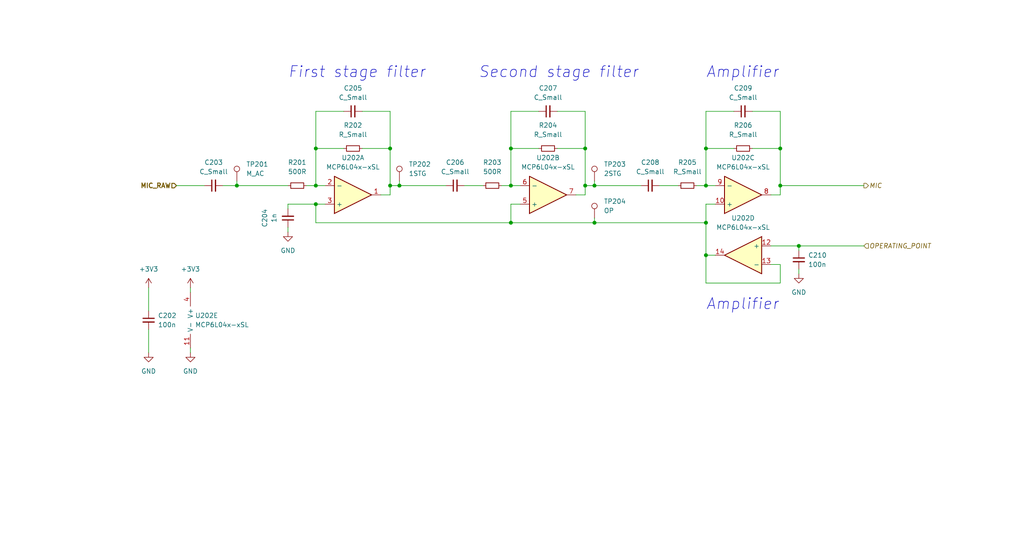
<source format=kicad_sch>
(kicad_sch (version 20211123) (generator eeschema)
  (paper "User" 280.01 150.012)
  (title_block (title "UltraSoundSensor") (date "2022-10-30") (rev "1.0") (company "Krystian Mirek"))
  (lib_symbols
    (symbol "Amplifier_Operational:MCP6L04x-xSL"
      (property "Reference" "U" (at 0 3.81 0))
      (property "Value" "MCP6L04x-xSL" (at 0 -3.81 0))
      (symbol "MCP6L04x-xSL_1_1"
        (polyline (pts (xy -5.08 5.08) (xy 5.08 0) (xy -5.08 -5.08) (xy -5.08 5.08)) (stroke (width 0.254)) (fill (type background)))
        (pin output line (at 7.62 0 180) (length 2.54) (name "~") (number "1"))
        (pin input line (at -7.62 -2.54 0) (length 2.54) (name "-") (number "2"))
        (pin input line (at -7.62 2.54 0) (length 2.54) (name "+") (number "3"))
      )
      (symbol "MCP6L04x-xSL_2_1"
        (polyline (pts (xy -5.08 5.08) (xy 5.08 0) (xy -5.08 -5.08) (xy -5.08 5.08)) (stroke (width 0.254)) (fill (type background)))
        (pin input line (at -7.62 2.54 0) (length 2.54) (name "+") (number "5"))
        (pin input line (at -7.62 -2.54 0) (length 2.54) (name "-") (number "6"))
        (pin output line (at 7.62 0 180) (length 2.54) (name "~") (number "7"))
      )
      (symbol "MCP6L04x-xSL_3_1"
        (polyline (pts (xy -5.08 5.08) (xy 5.08 0) (xy -5.08 -5.08) (xy -5.08 5.08)) (stroke (width 0.254)) (fill (type background)))
        (pin input line (at -7.62 2.54 0) (length 2.54) (name "+") (number "10"))
        (pin output line (at 7.62 0 180) (length 2.54) (name "~") (number "8"))
        (pin input line (at -7.62 -2.54 0) (length 2.54) (name "-") (number "9"))
      )
      (symbol "MCP6L04x-xSL_4_1"
        (polyline (pts (xy -5.08 5.08) (xy 5.08 0) (xy -5.08 -5.08) (xy -5.08 5.08)) (stroke (width 0.254)) (fill (type background)))
        (pin input line (at -7.62 2.54 0) (length 2.54) (name "+") (number "12"))
        (pin input line (at -7.62 -2.54 0) (length 2.54) (name "-") (number "13"))
        (pin output line (at 7.62 0 180) (length 2.54) (name "~") (number "14"))
      )
      (symbol "MCP6L04x-xSL_5_1"
        (pin power_in line (at -2.54 -7.62 90) (length 3.81) (name "V-") (number "11"))
        (pin power_in line (at -2.54 7.62 270) (length 3.81) (name "V+") (number "4"))
      )
    )
    (symbol "Connector:TestPoint" (pin_numbers hide) (pin_names (offset 0.762) hide)
      (property "Reference" "TP" (at 0 6.858 0))
      (property "Value" "TestPoint" (at 0 5.08 0))
      (symbol "TestPoint_0_1"
        (circle (center 0 3.302) (radius 0.762))
      )
      (symbol "TestPoint_1_1"
        (pin passive line (at 0 0 90) (length 2.54) (name "1") (number "1"))
      )
    )
    (symbol "Device:C_Small" (pin_numbers hide) (pin_names (offset 0.254) hide)
      (property "Reference" "C" (at 0.254 1.778 0))
      (property "Value" "C_Small" (at 0.254 -2.032 0))
      (symbol "C_Small_0_1"
        (polyline (pts (xy -1.524 -0.508) (xy 1.524 -0.508)) (stroke (width 0.3302)))
        (polyline (pts (xy -1.524 0.508) (xy 1.524 0.508)) (stroke (width 0.3048)))
      )
      (symbol "C_Small_1_1"
        (pin passive line (at 0 2.54 270) (length 2.032) (name "~") (number "1"))
        (pin passive line (at 0 -2.54 90) (length 2.032) (name "~") (number "2"))
      )
    )
    (symbol "Device:R_Small" (pin_numbers hide) (pin_names (offset 0.254) hide)
      (property "Reference" "R" (at 0.762 0.508 0))
      (property "Value" "R_Small" (at 0.762 -1.016 0))
      (symbol "R_Small_0_1"
        (rectangle (start -0.762 1.778) (end 0.762 -1.778) (stroke (width 0.2032)))
      )
      (symbol "R_Small_1_1"
        (pin passive line (at 0 2.54 270) (length 0.762) (name "~") (number "1"))
        (pin passive line (at 0 -2.54 90) (length 0.762) (name "~") (number "2"))
      )
    )
    (symbol "power:+3V3" (power) (pin_names (offset 0))
      (property "Value" "+3V3" (at 0 3.556 0))
      (symbol "+3V3_0_1"
        (polyline (pts (xy -0.762 1.27) (xy 0 2.54)))
        (polyline (pts (xy 0 0) (xy 0 2.54)))
        (polyline (pts (xy 0 2.54) (xy 0.762 1.27)))
      )
      (symbol "+3V3_1_1"
        (pin power_in line (at 0 0 90) (length 0) hide (name "+3V3") (number "1"))
      )
    )
    (symbol "power:GND" (power) (pin_names (offset 0))
      (property "Value" "GND" (at 0 -3.81 0))
      (symbol "GND_0_1"
        (polyline (pts (xy 0 0) (xy 0 -1.27) (xy 1.27 -1.27) (xy 0 -2.54) (xy -1.27 -1.27) (xy 0 -1.27)))
      )
      (symbol "GND_1_1"
        (pin power_in line (at 0 0 270) (length 0) hide (name "GND") (number "1"))
      )
    )
  )
  (junction (at 106.68 50.8))
  (junction (at 139.7 60.96))
  (junction (at 86.36 55.88))
  (junction (at 109.22 50.8))
  (junction (at 193.04 60.96))
  (junction (at 64.77 50.8))
  (junction (at 213.36 50.8))
  (junction (at 139.7 40.64))
  (junction (at 86.36 40.64))
  (junction (at 162.56 60.96))
  (junction (at 218.44 67.31))
  (junction (at 193.04 50.8))
  (junction (at 86.36 50.8))
  (junction (at 162.56 50.8))
  (junction (at 160.02 40.64))
  (junction (at 106.68 40.64))
  (junction (at 139.7 50.8))
  (junction (at 160.02 50.8))
  (junction (at 193.04 69.85))
  (junction (at 213.36 40.64))
  (junction (at 193.04 40.64))
  (wire (pts (xy 139.7 40.64) (xy 139.7 50.8)))
  (wire (pts (xy 193.04 40.64) (xy 193.04 50.8)))
  (wire (pts (xy 213.36 50.8) (xy 236.22 50.8)))
  (wire (pts (xy 193.04 50.8) (xy 195.58 50.8)))
  (wire (pts (xy 193.04 30.48) (xy 193.04 40.64)))
  (wire (pts (xy 190.5 50.8) (xy 193.04 50.8)))
  (wire (pts (xy 152.4 40.64) (xy 160.02 40.64)))
  (wire (pts (xy 210.82 72.39) (xy 213.36 72.39)))
  (wire (pts (xy 152.4 30.48) (xy 160.02 30.48)))
  (wire (pts (xy 48.26 50.8) (xy 55.88 50.8)))
  (wire (pts (xy 142.24 55.88) (xy 139.7 55.88)))
  (wire (pts (xy 193.04 55.88) (xy 193.04 60.96)))
  (wire (pts (xy 147.32 30.48) (xy 139.7 30.48)))
  (wire (pts (xy 93.98 40.64) (xy 86.36 40.64)))
  (wire (pts (xy 213.36 40.64) (xy 213.36 50.8)))
  (wire (pts (xy 193.04 69.85) (xy 195.58 69.85)))
  (wire (pts (xy 162.56 60.96) (xy 193.04 60.96)))
  (wire (pts (xy 162.56 59.69) (xy 162.56 60.96)))
  (wire (pts (xy 200.66 40.64) (xy 193.04 40.64)))
  (wire (pts (xy 86.36 30.48) (xy 86.36 40.64)))
  (wire (pts (xy 93.98 30.48) (xy 86.36 30.48)))
  (wire (pts (xy 218.44 67.31) (xy 218.44 68.58)))
  (wire (pts (xy 160.02 53.34) (xy 160.02 50.8)))
  (wire (pts (xy 213.36 72.39) (xy 213.36 77.47)))
  (wire (pts (xy 157.48 53.34) (xy 160.02 53.34)))
  (wire (pts (xy 162.56 50.8) (xy 175.26 50.8)))
  (wire (pts (xy 195.58 55.88) (xy 193.04 55.88)))
  (wire (pts (xy 210.82 67.31) (xy 218.44 67.31)))
  (wire (pts (xy 139.7 60.96) (xy 162.56 60.96)))
  (wire (pts (xy 137.16 50.8) (xy 139.7 50.8)))
  (wire (pts (xy 78.74 55.88) (xy 86.36 55.88)))
  (wire (pts (xy 162.56 49.53) (xy 162.56 50.8)))
  (wire (pts (xy 160.02 50.8) (xy 162.56 50.8)))
  (wire (pts (xy 160.02 40.64) (xy 160.02 50.8)))
  (wire (pts (xy 106.68 30.48) (xy 106.68 40.64)))
  (wire (pts (xy 60.96 50.8) (xy 64.77 50.8)))
  (wire (pts (xy 86.36 50.8) (xy 88.9 50.8)))
  (wire (pts (xy 200.66 30.48) (xy 193.04 30.48)))
  (wire (pts (xy 127 50.8) (xy 132.08 50.8)))
  (wire (pts (xy 160.02 30.48) (xy 160.02 40.64)))
  (wire (pts (xy 104.14 53.34) (xy 106.68 53.34)))
  (wire (pts (xy 64.77 50.8) (xy 78.74 50.8)))
  (wire (pts (xy 78.74 57.15) (xy 78.74 55.88)))
  (wire (pts (xy 78.74 62.23) (xy 78.74 63.5)))
  (wire (pts (xy 52.07 95.25) (xy 52.07 96.52)))
  (wire (pts (xy 109.22 49.53) (xy 109.22 50.8)))
  (wire (pts (xy 205.74 30.48) (xy 213.36 30.48)))
  (wire (pts (xy 139.7 50.8) (xy 142.24 50.8)))
  (wire (pts (xy 83.82 50.8) (xy 86.36 50.8)))
  (wire (pts (xy 106.68 50.8) (xy 109.22 50.8)))
  (wire (pts (xy 139.7 60.96) (xy 86.36 60.96)))
  (wire (pts (xy 109.22 50.8) (xy 121.92 50.8)))
  (wire (pts (xy 213.36 30.48) (xy 213.36 40.64)))
  (wire (pts (xy 99.06 30.48) (xy 106.68 30.48)))
  (wire (pts (xy 210.82 53.34) (xy 213.36 53.34)))
  (wire (pts (xy 193.04 69.85) (xy 193.04 60.96)))
  (wire (pts (xy 193.04 77.47) (xy 193.04 69.85)))
  (wire (pts (xy 99.06 40.64) (xy 106.68 40.64)))
  (wire (pts (xy 205.74 40.64) (xy 213.36 40.64)))
  (wire (pts (xy 180.34 50.8) (xy 185.42 50.8)))
  (wire (pts (xy 40.64 90.17) (xy 40.64 96.52)))
  (wire (pts (xy 106.68 40.64) (xy 106.68 50.8)))
  (wire (pts (xy 106.68 53.34) (xy 106.68 50.8)))
  (wire (pts (xy 213.36 53.34) (xy 213.36 50.8)))
  (wire (pts (xy 218.44 73.66) (xy 218.44 74.93)))
  (wire (pts (xy 86.36 60.96) (xy 86.36 55.88)))
  (wire (pts (xy 86.36 55.88) (xy 88.9 55.88)))
  (wire (pts (xy 218.44 67.31) (xy 236.22 67.31)))
  (wire (pts (xy 64.77 49.53) (xy 64.77 50.8)))
  (wire (pts (xy 52.07 78.74) (xy 52.07 80.01)))
  (wire (pts (xy 213.36 77.47) (xy 193.04 77.47)))
  (wire (pts (xy 139.7 30.48) (xy 139.7 40.64)))
  (wire (pts (xy 139.7 40.64) (xy 147.32 40.64)))
  (wire (pts (xy 40.64 78.74) (xy 40.64 85.09)))
  (wire (pts (xy 86.36 40.64) (xy 86.36 50.8)))
  (wire (pts (xy 139.7 55.88) (xy 139.7 60.96)))
  (text "Amplifier" (at 193.04 85.09 0) (effects (font (size 3 3) italic) (justify left bottom)))
  (text "Amplifier" (at 193.04 21.59 0) (effects (font (size 3 3) italic) (justify left bottom)))
  (text "First stage filter" (at 78.74 21.59 0) (effects (font (size 3 3) italic) (justify left bottom)))
  (text "Second stage filter" (at 130.81 21.59 0) (effects (font (size 3 3) italic) (justify left bottom)))
  (hierarchical_label "MIC" (shape output) (at 236.22 50.8 0) (effects (font italic)))
  (hierarchical_label "MIC_RAW" (shape input) (at 48.26 50.8 180) (effects (font bold)))
  (hierarchical_label "OPERATING_POINT" (shape input) (at 236.22 67.31 0) (effects (font italic)))
  (symbol (lib_id "power:+3V3") (at 40.64 78.74 0) (unit 1)
    (property "Reference" "#PWR0203" (effects hide))
    (property "Value" "+3V3" (at 40.64 73.66 0))
  )
  (symbol (lib_id "Amplifier_Operational:MCP6L04x-xSL") (at 54.61 87.63 0) (unit 5)
    (property "Reference" "U202" (at 53.34 86.3599 0) (effects (justify left)))
    (property "Value" "MCP6L04x-xSL" (at 53.34 88.8999 0) (effects (justify left)))
    (property "Footprint" "Package_SO:SOIC-14_3.9x8.7mm_P1.27mm" (effects hide))
    (property "Datasheet" "http://ww1.microchip.com/downloads/en/devicedoc/22140b.pdf" (effects hide))
  )
  (symbol (lib_id "Device:C_Small") (at 124.46 50.8 90) (unit 1)
    (property "Reference" "C206" (at 124.4663 44.45 90))
    (property "Value" "C_Small" (at 124.4663 46.99 90))
    (property "Footprint" "Capacitor_SMD:C_0603_1608Metric" (effects hide))
  )
  (symbol (lib_id "Device:C_Small") (at 218.44 71.12 0) (unit 1)
    (property "Reference" "C210" (at 220.98 69.8562 0) (effects (justify left)))
    (property "Value" "100n" (at 220.98 72.3962 0) (effects (justify left)))
    (property "Footprint" "Capacitor_SMD:C_0603_1608Metric" (effects hide))
  )
  (symbol (lib_id "Device:R_Small") (at 134.62 50.8 90) (unit 1)
    (property "Reference" "R203" (at 134.62 44.45 90))
    (property "Value" "500R" (at 134.62 46.99 90))
    (property "Footprint" "Resistor_SMD:R_0603_1608Metric" (effects hide))
  )
  (symbol (lib_id "power:+3V3") (at 52.07 78.74 0) (unit 1)
    (property "Reference" "#PWR0207" (effects hide))
    (property "Value" "+3V3" (at 52.07 73.66 0))
  )
  (symbol (lib_id "Device:R_Small") (at 187.96 50.8 90) (unit 1)
    (property "Reference" "R205" (at 187.96 44.45 90))
    (property "Value" "R_Small" (at 187.96 46.99 90))
    (property "Footprint" "Resistor_SMD:R_0603_1608Metric" (effects hide))
  )
  (symbol (lib_id "Device:C_Small") (at 58.42 50.8 90) (unit 1)
    (property "Reference" "C203" (at 58.4263 44.45 90))
    (property "Value" "C_Small" (at 58.4263 46.99 90))
    (property "Footprint" "Capacitor_SMD:C_0603_1608Metric" (effects hide))
  )
  (symbol (lib_id "Device:C_Small") (at 177.8 50.8 90) (unit 1)
    (property "Reference" "C208" (at 177.8063 44.45 90))
    (property "Value" "C_Small" (at 177.8063 46.99 90))
    (property "Footprint" "Capacitor_SMD:C_0603_1608Metric" (effects hide))
  )
  (symbol (lib_id "Device:C_Small") (at 40.64 87.63 0) (unit 1)
    (property "Reference" "C202" (at 43.18 86.3662 0) (effects (justify left)))
    (property "Value" "100n" (at 43.18 88.9062 0) (effects (justify left)))
    (property "Footprint" "Capacitor_SMD:C_0603_1608Metric" (effects hide))
  )
  (symbol (lib_id "Connector:TestPoint") (at 64.77 49.53 0) (unit 1)
    (property "Reference" "TP201" (at 67.31 44.9579 0) (effects (justify left)))
    (property "Value" "M_AC" (at 67.31 47.4979 0) (effects (justify left)))
    (property "Footprint" "TestPoint:TestPoint_Pad_D1.0mm" (effects hide))
  )
  (symbol (lib_id "Device:C_Small") (at 96.52 30.48 90) (unit 1)
    (property "Reference" "C205" (at 96.5263 24.13 90))
    (property "Value" "C_Small" (at 96.5263 26.67 90))
    (property "Footprint" "Capacitor_SMD:C_0603_1608Metric" (effects hide))
  )
  (symbol (lib_id "power:GND") (at 218.44 74.93 0) (unit 1)
    (property "Reference" "#PWR0168" (effects hide))
    (property "Value" "GND" (at 218.44 80.01 0))
  )
  (symbol (lib_id "Device:R_Small") (at 81.28 50.8 90) (unit 1)
    (property "Reference" "R201" (at 81.28 44.45 90))
    (property "Value" "500R" (at 81.28 46.99 90))
    (property "Footprint" "Resistor_SMD:R_0603_1608Metric" (effects hide))
  )
  (symbol (lib_id "Amplifier_Operational:MCP6L04x-xSL") (at 149.86 53.34 0) (mirror x) (unit 2)
    (property "Reference" "U202" (at 149.86 43.18 0))
    (property "Value" "MCP6L04x-xSL" (at 149.86 45.72 0))
    (property "Footprint" "Package_SO:SOIC-14_3.9x8.7mm_P1.27mm" (effects hide))
    (property "Datasheet" "http://ww1.microchip.com/downloads/en/devicedoc/22140b.pdf" (effects hide))
  )
  (symbol (lib_id "Device:C_Small") (at 78.74 59.69 180) (unit 1)
    (property "Reference" "C204" (at 72.39 59.6837 90))
    (property "Value" "1n" (at 74.93 59.6837 90))
    (property "Footprint" "Capacitor_SMD:C_0603_1608Metric" (effects hide))
  )
  (symbol (lib_id "Device:R_Small") (at 96.52 40.64 90) (unit 1)
    (property "Reference" "R202" (at 96.52 34.29 90))
    (property "Value" "R_Small" (at 96.52 36.83 90))
    (property "Footprint" "Resistor_SMD:R_0603_1608Metric" (effects hide))
  )
  (symbol (lib_id "Device:C_Small") (at 203.2 30.48 90) (unit 1)
    (property "Reference" "C209" (at 203.2063 24.13 90))
    (property "Value" "C_Small" (at 203.2063 26.67 90))
    (property "Footprint" "Capacitor_SMD:C_0603_1608Metric" (effects hide))
  )
  (symbol (lib_id "Device:R_Small") (at 149.86 40.64 90) (unit 1)
    (property "Reference" "R204" (at 149.86 34.29 90))
    (property "Value" "R_Small" (at 149.86 36.83 90))
    (property "Footprint" "Resistor_SMD:R_0603_1608Metric" (effects hide))
  )
  (symbol (lib_id "Amplifier_Operational:MCP6L04x-xSL") (at 203.2 53.34 0) (mirror x) (unit 3)
    (property "Reference" "U202" (at 203.2 43.18 0))
    (property "Value" "MCP6L04x-xSL" (at 203.2 45.72 0))
    (property "Footprint" "Package_SO:SOIC-14_3.9x8.7mm_P1.27mm" (effects hide))
    (property "Datasheet" "http://ww1.microchip.com/downloads/en/devicedoc/22140b.pdf" (effects hide))
  )
  (symbol (lib_id "Device:R_Small") (at 203.2 40.64 90) (unit 1)
    (property "Reference" "R206" (at 203.2 34.29 90))
    (property "Value" "R_Small" (at 203.2 36.83 90))
    (property "Footprint" "Resistor_SMD:R_0603_1608Metric" (effects hide))
  )
  (symbol (lib_id "Amplifier_Operational:MCP6L04x-xSL") (at 203.2 69.85 0) (mirror y) (unit 4)
    (property "Reference" "U202" (at 203.2 59.69 0))
    (property "Value" "MCP6L04x-xSL" (at 203.2 62.23 0))
    (property "Footprint" "Package_SO:SOIC-14_3.9x8.7mm_P1.27mm" (effects hide))
    (property "Datasheet" "http://ww1.microchip.com/downloads/en/devicedoc/22140b.pdf" (effects hide))
  )
  (symbol (lib_id "Connector:TestPoint") (at 162.56 59.69 0) (unit 1)
    (property "Reference" "TP204" (at 165.1 55.1179 0) (effects (justify left)))
    (property "Value" "OP" (at 165.1 57.6579 0) (effects (justify left)))
    (property "Footprint" "TestPoint:TestPoint_Pad_D1.0mm" (effects hide))
  )
  (symbol (lib_id "Connector:TestPoint") (at 162.56 49.53 0) (unit 1)
    (property "Reference" "TP203" (at 165.1 44.9579 0) (effects (justify left)))
    (property "Value" "2STG" (at 165.1 47.4979 0) (effects (justify left)))
    (property "Footprint" "TestPoint:TestPoint_Pad_D1.0mm" (effects hide))
  )
  (symbol (lib_id "Device:C_Small") (at 149.86 30.48 90) (unit 1)
    (property "Reference" "C207" (at 149.8663 24.13 90))
    (property "Value" "C_Small" (at 149.8663 26.67 90))
    (property "Footprint" "Capacitor_SMD:C_0603_1608Metric" (effects hide))
  )
  (symbol (lib_id "power:GND") (at 52.07 96.52 0) (unit 1)
    (property "Reference" "#PWR0166" (effects hide))
    (property "Value" "GND" (at 52.07 101.6 0))
  )
  (symbol (lib_id "Connector:TestPoint") (at 109.22 49.53 0) (unit 1)
    (property "Reference" "TP202" (at 111.76 44.9579 0) (effects (justify left)))
    (property "Value" "1STG" (at 111.76 47.4979 0) (effects (justify left)))
    (property "Footprint" "TestPoint:TestPoint_Pad_D1.0mm" (effects hide))
  )
  (symbol (lib_id "Amplifier_Operational:MCP6L04x-xSL") (at 96.52 53.34 0) (mirror x) (unit 1)
    (property "Reference" "U202" (at 96.52 43.18 0))
    (property "Value" "MCP6L04x-xSL" (at 96.52 45.72 0))
    (property "Footprint" "Package_SO:SOIC-14_3.9x8.7mm_P1.27mm" (effects hide))
    (property "Datasheet" "http://ww1.microchip.com/downloads/en/devicedoc/22140b.pdf" (effects hide))
  )
  (symbol (lib_id "power:GND") (at 78.74 63.5 0) (unit 1)
    (property "Reference" "#PWR0165" (effects hide))
    (property "Value" "GND" (at 78.74 68.58 0))
  )
  (symbol (lib_id "power:GND") (at 40.64 96.52 0) (unit 1)
    (property "Reference" "#PWR0167" (effects hide))
    (property "Value" "GND" (at 40.64 101.6 0))
  )
)
</source>
